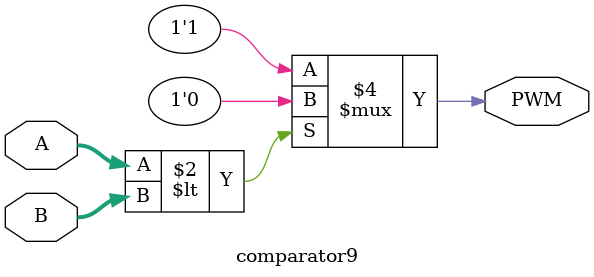
<source format=v>
module comparator9 (
	input [8:0] A,
	input [8:0] B,
	output reg PWM
);

	always @ (A,B)
	begin
	if (A < B)
		begin
		PWM <= 1'b0;
		end
	else 
		begin
		PWM <= 1'b1;
		end
		
	end
endmodule
</source>
